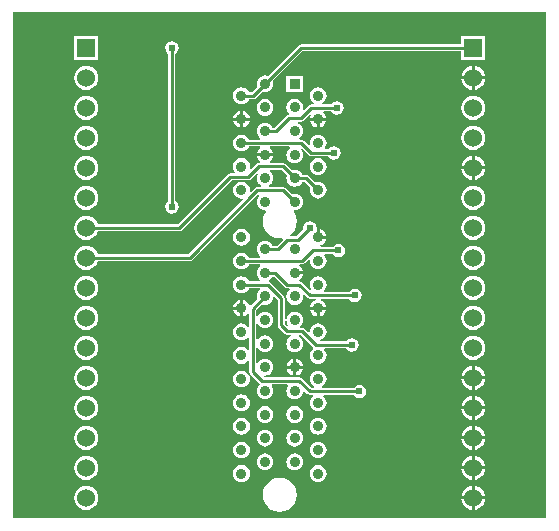
<source format=gbl>
G04 Layer_Physical_Order=2*
G04 Layer_Color=11436288*
%FSLAX25Y25*%
%MOIN*%
G70*
G01*
G75*
%ADD11C,0.01000*%
%ADD12C,0.06000*%
%ADD13R,0.06000X0.06000*%
%ADD14C,0.03543*%
%ADD15R,0.03543X0.03543*%
%ADD16C,0.02400*%
G36*
X305837Y320663D02*
X128163D01*
Y489337D01*
X305837D01*
Y320663D01*
D02*
G37*
%LPC*%
G36*
X152500Y361535D02*
X151456Y361397D01*
X150483Y360994D01*
X149647Y360353D01*
X149006Y359517D01*
X148603Y358544D01*
X148466Y357500D01*
X148603Y356456D01*
X149006Y355483D01*
X149647Y354647D01*
X150483Y354006D01*
X151456Y353603D01*
X152500Y353466D01*
X153544Y353603D01*
X154517Y354006D01*
X155353Y354647D01*
X155994Y355483D01*
X156397Y356456D01*
X156535Y357500D01*
X156397Y358544D01*
X155994Y359517D01*
X155353Y360353D01*
X154517Y360994D01*
X153544Y361397D01*
X152500Y361535D01*
D02*
G37*
G36*
X221921Y358059D02*
X221198Y357964D01*
X220524Y357685D01*
X219945Y357241D01*
X219500Y356662D01*
X219221Y355987D01*
X219126Y355264D01*
X219221Y354540D01*
X219500Y353866D01*
X219945Y353287D01*
X220524Y352843D01*
X221198Y352564D01*
X221921Y352468D01*
X222645Y352564D01*
X223319Y352843D01*
X223898Y353287D01*
X224343Y353866D01*
X224622Y354540D01*
X224717Y355264D01*
X224622Y355987D01*
X224343Y356662D01*
X223898Y357241D01*
X223319Y357685D01*
X222645Y357964D01*
X221921Y358059D01*
D02*
G37*
G36*
X281000Y357000D02*
X277531D01*
X277603Y356456D01*
X278006Y355483D01*
X278647Y354647D01*
X279483Y354006D01*
X280456Y353603D01*
X281000Y353531D01*
Y357000D01*
D02*
G37*
G36*
X204205Y361996D02*
X203481Y361901D01*
X202807Y361622D01*
X202228Y361178D01*
X201784Y360599D01*
X201505Y359924D01*
X201409Y359201D01*
X201505Y358477D01*
X201784Y357803D01*
X202228Y357224D01*
X202807Y356780D01*
X203481Y356501D01*
X204205Y356405D01*
X204928Y356501D01*
X205603Y356780D01*
X206182Y357224D01*
X206626Y357803D01*
X206905Y358477D01*
X207001Y359201D01*
X206905Y359924D01*
X206626Y360599D01*
X206182Y361178D01*
X205603Y361622D01*
X204928Y361901D01*
X204205Y361996D01*
D02*
G37*
G36*
X285469Y357000D02*
X282000D01*
Y353531D01*
X282544Y353603D01*
X283517Y354006D01*
X284353Y354647D01*
X284994Y355483D01*
X285397Y356456D01*
X285469Y357000D01*
D02*
G37*
G36*
X282000Y351469D02*
Y348000D01*
X285469D01*
X285397Y348544D01*
X284994Y349517D01*
X284353Y350353D01*
X283517Y350994D01*
X282544Y351397D01*
X282000Y351469D01*
D02*
G37*
G36*
X281000D02*
X280456Y351397D01*
X279483Y350994D01*
X278647Y350353D01*
X278006Y349517D01*
X277603Y348544D01*
X277531Y348000D01*
X281000D01*
Y351469D01*
D02*
G37*
G36*
X204205Y354122D02*
X203481Y354027D01*
X202807Y353748D01*
X202228Y353304D01*
X201784Y352725D01*
X201505Y352050D01*
X201409Y351327D01*
X201505Y350603D01*
X201784Y349929D01*
X202228Y349350D01*
X202807Y348906D01*
X203481Y348626D01*
X204205Y348531D01*
X204928Y348626D01*
X205603Y348906D01*
X206182Y349350D01*
X206626Y349929D01*
X206905Y350603D01*
X207001Y351327D01*
X206905Y352050D01*
X206626Y352725D01*
X206182Y353304D01*
X205603Y353748D01*
X204928Y354027D01*
X204205Y354122D01*
D02*
G37*
G36*
X212079Y358059D02*
X211355Y357964D01*
X210681Y357685D01*
X210102Y357241D01*
X209658Y356662D01*
X209379Y355987D01*
X209283Y355264D01*
X209379Y354540D01*
X209658Y353866D01*
X210102Y353287D01*
X210681Y352843D01*
X211355Y352564D01*
X212079Y352468D01*
X212803Y352564D01*
X213477Y352843D01*
X214056Y353287D01*
X214500Y353866D01*
X214779Y354540D01*
X214875Y355264D01*
X214779Y355987D01*
X214500Y356662D01*
X214056Y357241D01*
X213477Y357685D01*
X212803Y357964D01*
X212079Y358059D01*
D02*
G37*
G36*
X229796Y354122D02*
X229072Y354027D01*
X228398Y353748D01*
X227819Y353304D01*
X227375Y352725D01*
X227095Y352050D01*
X227000Y351327D01*
X227095Y350603D01*
X227375Y349929D01*
X227819Y349350D01*
X228398Y348906D01*
X229072Y348626D01*
X229796Y348531D01*
X230519Y348626D01*
X231193Y348906D01*
X231772Y349350D01*
X232217Y349929D01*
X232496Y350603D01*
X232591Y351327D01*
X232496Y352050D01*
X232217Y352725D01*
X231772Y353304D01*
X231193Y353748D01*
X230519Y354027D01*
X229796Y354122D01*
D02*
G37*
G36*
X281000Y361469D02*
X280456Y361397D01*
X279483Y360994D01*
X278647Y360353D01*
X278006Y359517D01*
X277603Y358544D01*
X277531Y358000D01*
X281000D01*
Y361469D01*
D02*
G37*
G36*
X282000Y371469D02*
Y368000D01*
X285469D01*
X285397Y368544D01*
X284994Y369517D01*
X284353Y370353D01*
X283517Y370994D01*
X282544Y371397D01*
X282000Y371469D01*
D02*
G37*
G36*
X281000D02*
X280456Y371397D01*
X279483Y370994D01*
X278647Y370353D01*
X278006Y369517D01*
X277603Y368544D01*
X277531Y368000D01*
X281000D01*
Y371469D01*
D02*
G37*
G36*
X221422Y370512D02*
X219192D01*
X219221Y370288D01*
X219500Y369614D01*
X219945Y369035D01*
X220524Y368591D01*
X221198Y368312D01*
X221422Y368282D01*
Y370512D01*
D02*
G37*
G36*
Y373742D02*
X221198Y373712D01*
X220524Y373433D01*
X219945Y372989D01*
X219500Y372410D01*
X219221Y371735D01*
X219192Y371512D01*
X221422D01*
Y373742D01*
D02*
G37*
G36*
X224651Y370512D02*
X222422D01*
Y368282D01*
X222645Y368312D01*
X223319Y368591D01*
X223898Y369035D01*
X224343Y369614D01*
X224622Y370288D01*
X224651Y370512D01*
D02*
G37*
G36*
X152500Y371534D02*
X151456Y371397D01*
X150483Y370994D01*
X149647Y370353D01*
X149006Y369517D01*
X148603Y368544D01*
X148466Y367500D01*
X148603Y366456D01*
X149006Y365483D01*
X149647Y364647D01*
X150483Y364006D01*
X151456Y363603D01*
X152500Y363465D01*
X153544Y363603D01*
X154517Y364006D01*
X155353Y364647D01*
X155994Y365483D01*
X156397Y366456D01*
X156535Y367500D01*
X156397Y368544D01*
X155994Y369517D01*
X155353Y370353D01*
X154517Y370994D01*
X153544Y371397D01*
X152500Y371534D01*
D02*
G37*
G36*
X282000Y361469D02*
Y358000D01*
X285469D01*
X285397Y358544D01*
X284994Y359517D01*
X284353Y360353D01*
X283517Y360994D01*
X282544Y361397D01*
X282000Y361469D01*
D02*
G37*
G36*
X281000Y367000D02*
X277531D01*
X277603Y366456D01*
X278006Y365483D01*
X278647Y364647D01*
X279483Y364006D01*
X280456Y363603D01*
X281000Y363531D01*
Y367000D01*
D02*
G37*
G36*
X204205Y369870D02*
X203481Y369775D01*
X202807Y369496D01*
X202228Y369052D01*
X201784Y368473D01*
X201505Y367798D01*
X201409Y367075D01*
X201505Y366351D01*
X201784Y365677D01*
X202228Y365098D01*
X202807Y364654D01*
X203481Y364374D01*
X204205Y364279D01*
X204928Y364374D01*
X205603Y364654D01*
X206182Y365098D01*
X206626Y365677D01*
X206905Y366351D01*
X207001Y367075D01*
X206905Y367798D01*
X206626Y368473D01*
X206182Y369052D01*
X205603Y369496D01*
X204928Y369775D01*
X204205Y369870D01*
D02*
G37*
G36*
X285469Y367000D02*
X282000D01*
Y363531D01*
X282544Y363603D01*
X283517Y364006D01*
X284353Y364647D01*
X284994Y365483D01*
X285397Y366456D01*
X285469Y367000D01*
D02*
G37*
G36*
X221921Y350185D02*
X221198Y350090D01*
X220524Y349811D01*
X219945Y349367D01*
X219500Y348788D01*
X219221Y348113D01*
X219126Y347390D01*
X219221Y346666D01*
X219500Y345992D01*
X219945Y345413D01*
X220524Y344969D01*
X221198Y344689D01*
X221921Y344594D01*
X222645Y344689D01*
X223319Y344969D01*
X223898Y345413D01*
X224343Y345992D01*
X224622Y346666D01*
X224717Y347390D01*
X224622Y348113D01*
X224343Y348788D01*
X223898Y349367D01*
X223319Y349811D01*
X222645Y350090D01*
X221921Y350185D01*
D02*
G37*
G36*
X204205Y338374D02*
X203481Y338279D01*
X202807Y338000D01*
X202228Y337556D01*
X201784Y336977D01*
X201505Y336302D01*
X201409Y335579D01*
X201505Y334855D01*
X201784Y334181D01*
X202228Y333602D01*
X202807Y333158D01*
X203481Y332878D01*
X204205Y332783D01*
X204928Y332878D01*
X205603Y333158D01*
X206182Y333602D01*
X206626Y334181D01*
X206905Y334855D01*
X207001Y335579D01*
X206905Y336302D01*
X206626Y336977D01*
X206182Y337556D01*
X205603Y338000D01*
X204928Y338279D01*
X204205Y338374D01*
D02*
G37*
G36*
X282000Y331469D02*
Y328000D01*
X285469D01*
X285397Y328544D01*
X284994Y329517D01*
X284353Y330353D01*
X283517Y330994D01*
X282544Y331397D01*
X282000Y331469D01*
D02*
G37*
G36*
X229796Y338374D02*
X229072Y338279D01*
X228398Y338000D01*
X227819Y337556D01*
X227375Y336977D01*
X227095Y336302D01*
X227000Y335579D01*
X227095Y334855D01*
X227375Y334181D01*
X227819Y333602D01*
X228398Y333158D01*
X229072Y332878D01*
X229796Y332783D01*
X230519Y332878D01*
X231193Y333158D01*
X231772Y333602D01*
X232217Y334181D01*
X232496Y334855D01*
X232591Y335579D01*
X232496Y336302D01*
X232217Y336977D01*
X231772Y337556D01*
X231193Y338000D01*
X230519Y338279D01*
X229796Y338374D01*
D02*
G37*
G36*
X281000Y337000D02*
X277531D01*
X277603Y336456D01*
X278006Y335483D01*
X278647Y334647D01*
X279483Y334006D01*
X280456Y333603D01*
X281000Y333531D01*
Y337000D01*
D02*
G37*
G36*
X152500Y341534D02*
X151456Y341397D01*
X150483Y340994D01*
X149647Y340353D01*
X149006Y339517D01*
X148603Y338544D01*
X148466Y337500D01*
X148603Y336456D01*
X149006Y335483D01*
X149647Y334647D01*
X150483Y334006D01*
X151456Y333603D01*
X152500Y333466D01*
X153544Y333603D01*
X154517Y334006D01*
X155353Y334647D01*
X155994Y335483D01*
X156397Y336456D01*
X156535Y337500D01*
X156397Y338544D01*
X155994Y339517D01*
X155353Y340353D01*
X154517Y340994D01*
X153544Y341397D01*
X152500Y341534D01*
D02*
G37*
G36*
Y331535D02*
X151456Y331397D01*
X150483Y330994D01*
X149647Y330353D01*
X149006Y329517D01*
X148603Y328544D01*
X148466Y327500D01*
X148603Y326456D01*
X149006Y325483D01*
X149647Y324647D01*
X150483Y324006D01*
X151456Y323603D01*
X152500Y323465D01*
X153544Y323603D01*
X154517Y324006D01*
X155353Y324647D01*
X155994Y325483D01*
X156397Y326456D01*
X156535Y327500D01*
X156397Y328544D01*
X155994Y329517D01*
X155353Y330353D01*
X154517Y330994D01*
X153544Y331397D01*
X152500Y331535D01*
D02*
G37*
G36*
X217000Y334167D02*
X215532Y333973D01*
X214163Y333406D01*
X212988Y332505D01*
X212086Y331329D01*
X211519Y329961D01*
X211326Y328492D01*
X211519Y327024D01*
X212086Y325655D01*
X212988Y324480D01*
X214163Y323578D01*
X215532Y323011D01*
X217000Y322818D01*
X218469Y323011D01*
X219838Y323578D01*
X221013Y324480D01*
X221915Y325655D01*
X222481Y327024D01*
X222675Y328492D01*
X222481Y329961D01*
X221915Y331329D01*
X221013Y332505D01*
X219838Y333406D01*
X218469Y333973D01*
X217000Y334167D01*
D02*
G37*
G36*
X281000Y327000D02*
X277531D01*
X277603Y326456D01*
X278006Y325483D01*
X278647Y324647D01*
X279483Y324006D01*
X280456Y323603D01*
X281000Y323531D01*
Y327000D01*
D02*
G37*
G36*
Y331469D02*
X280456Y331397D01*
X279483Y330994D01*
X278647Y330353D01*
X278006Y329517D01*
X277603Y328544D01*
X277531Y328000D01*
X281000D01*
Y331469D01*
D02*
G37*
G36*
X285469Y327000D02*
X282000D01*
Y323531D01*
X282544Y323603D01*
X283517Y324006D01*
X284353Y324647D01*
X284994Y325483D01*
X285397Y326456D01*
X285469Y327000D01*
D02*
G37*
G36*
Y337000D02*
X282000D01*
Y333531D01*
X282544Y333603D01*
X283517Y334006D01*
X284353Y334647D01*
X284994Y335483D01*
X285397Y336456D01*
X285469Y337000D01*
D02*
G37*
G36*
X152500Y351535D02*
X151456Y351397D01*
X150483Y350994D01*
X149647Y350353D01*
X149006Y349517D01*
X148603Y348544D01*
X148466Y347500D01*
X148603Y346456D01*
X149006Y345483D01*
X149647Y344647D01*
X150483Y344006D01*
X151456Y343603D01*
X152500Y343465D01*
X153544Y343603D01*
X154517Y344006D01*
X155353Y344647D01*
X155994Y345483D01*
X156397Y346456D01*
X156535Y347500D01*
X156397Y348544D01*
X155994Y349517D01*
X155353Y350353D01*
X154517Y350994D01*
X153544Y351397D01*
X152500Y351535D01*
D02*
G37*
G36*
X229796Y346248D02*
X229072Y346153D01*
X228398Y345874D01*
X227819Y345429D01*
X227375Y344851D01*
X227095Y344176D01*
X227000Y343453D01*
X227095Y342729D01*
X227375Y342055D01*
X227819Y341476D01*
X228398Y341032D01*
X229072Y340753D01*
X229796Y340657D01*
X230519Y340753D01*
X231193Y341032D01*
X231772Y341476D01*
X232217Y342055D01*
X232496Y342729D01*
X232591Y343453D01*
X232496Y344176D01*
X232217Y344851D01*
X231772Y345429D01*
X231193Y345874D01*
X230519Y346153D01*
X229796Y346248D01*
D02*
G37*
G36*
X281000Y347000D02*
X277531D01*
X277603Y346456D01*
X278006Y345483D01*
X278647Y344647D01*
X279483Y344006D01*
X280456Y343603D01*
X281000Y343531D01*
Y347000D01*
D02*
G37*
G36*
X212079Y350185D02*
X211355Y350090D01*
X210681Y349811D01*
X210102Y349366D01*
X209658Y348788D01*
X209379Y348113D01*
X209283Y347390D01*
X209379Y346666D01*
X209658Y345992D01*
X210102Y345413D01*
X210681Y344969D01*
X211355Y344689D01*
X212079Y344594D01*
X212803Y344689D01*
X213477Y344969D01*
X214056Y345413D01*
X214500Y345992D01*
X214779Y346666D01*
X214875Y347390D01*
X214779Y348113D01*
X214500Y348788D01*
X214056Y349366D01*
X213477Y349811D01*
X212803Y350090D01*
X212079Y350185D01*
D02*
G37*
G36*
X285469Y347000D02*
X282000D01*
Y343531D01*
X282544Y343603D01*
X283517Y344006D01*
X284353Y344647D01*
X284994Y345483D01*
X285397Y346456D01*
X285469Y347000D01*
D02*
G37*
G36*
X221921Y342311D02*
X221198Y342216D01*
X220524Y341937D01*
X219945Y341493D01*
X219500Y340914D01*
X219221Y340239D01*
X219126Y339516D01*
X219221Y338792D01*
X219500Y338118D01*
X219945Y337539D01*
X220524Y337095D01*
X221198Y336816D01*
X221921Y336720D01*
X222645Y336816D01*
X223319Y337095D01*
X223898Y337539D01*
X224343Y338118D01*
X224622Y338792D01*
X224717Y339516D01*
X224622Y340239D01*
X224343Y340914D01*
X223898Y341493D01*
X223319Y341937D01*
X222645Y342216D01*
X221921Y342311D01*
D02*
G37*
G36*
X212079Y342311D02*
X211355Y342216D01*
X210681Y341937D01*
X210102Y341493D01*
X209658Y340914D01*
X209379Y340239D01*
X209283Y339516D01*
X209379Y338792D01*
X209658Y338118D01*
X210102Y337539D01*
X210681Y337095D01*
X211355Y336815D01*
X212079Y336720D01*
X212803Y336815D01*
X213477Y337095D01*
X214056Y337539D01*
X214500Y338118D01*
X214779Y338792D01*
X214875Y339516D01*
X214779Y340239D01*
X214500Y340914D01*
X214056Y341493D01*
X213477Y341937D01*
X212803Y342216D01*
X212079Y342311D01*
D02*
G37*
G36*
X281000Y341469D02*
X280456Y341397D01*
X279483Y340994D01*
X278647Y340353D01*
X278006Y339517D01*
X277603Y338544D01*
X277531Y338000D01*
X281000D01*
Y341469D01*
D02*
G37*
G36*
X204205Y346248D02*
X203481Y346153D01*
X202807Y345874D01*
X202228Y345429D01*
X201784Y344851D01*
X201505Y344176D01*
X201409Y343453D01*
X201505Y342729D01*
X201784Y342055D01*
X202228Y341476D01*
X202807Y341032D01*
X203481Y340753D01*
X204205Y340657D01*
X204928Y340753D01*
X205603Y341032D01*
X206182Y341476D01*
X206626Y342055D01*
X206905Y342729D01*
X207001Y343453D01*
X206905Y344176D01*
X206626Y344851D01*
X206182Y345429D01*
X205603Y345874D01*
X204928Y346153D01*
X204205Y346248D01*
D02*
G37*
G36*
X282000Y341469D02*
Y338000D01*
X285469D01*
X285397Y338544D01*
X284994Y339517D01*
X284353Y340353D01*
X283517Y340994D01*
X282544Y341397D01*
X282000Y341469D01*
D02*
G37*
G36*
X222422Y373742D02*
Y371512D01*
X224651D01*
X224622Y371735D01*
X224343Y372410D01*
X223898Y372989D01*
X223319Y373433D01*
X222645Y373712D01*
X222422Y373742D01*
D02*
G37*
G36*
X232525Y453189D02*
X230296D01*
Y450959D01*
X230519Y450989D01*
X231193Y451268D01*
X231772Y451712D01*
X232217Y452291D01*
X232496Y452965D01*
X232525Y453189D01*
D02*
G37*
G36*
X229296D02*
X227066D01*
X227095Y452965D01*
X227375Y452291D01*
X227819Y451712D01*
X228398Y451268D01*
X229072Y450989D01*
X229296Y450959D01*
Y453189D01*
D02*
G37*
G36*
X152500Y461535D02*
X151456Y461397D01*
X150483Y460994D01*
X149647Y460353D01*
X149006Y459517D01*
X148603Y458544D01*
X148466Y457500D01*
X148603Y456456D01*
X149006Y455483D01*
X149647Y454647D01*
X150483Y454006D01*
X151456Y453603D01*
X152500Y453466D01*
X153544Y453603D01*
X154517Y454006D01*
X155353Y454647D01*
X155994Y455483D01*
X156397Y456456D01*
X156535Y457500D01*
X156397Y458544D01*
X155994Y459517D01*
X155353Y460353D01*
X154517Y460994D01*
X153544Y461397D01*
X152500Y461535D01*
D02*
G37*
G36*
X203705Y456419D02*
X203481Y456389D01*
X202807Y456110D01*
X202228Y455666D01*
X201784Y455087D01*
X201505Y454413D01*
X201475Y454189D01*
X203705D01*
Y456419D01*
D02*
G37*
G36*
X281500Y461535D02*
X280456Y461397D01*
X279483Y460994D01*
X278647Y460353D01*
X278006Y459517D01*
X277603Y458544D01*
X277466Y457500D01*
X277603Y456456D01*
X278006Y455483D01*
X278647Y454647D01*
X279483Y454006D01*
X280456Y453603D01*
X281500Y453466D01*
X282544Y453603D01*
X283517Y454006D01*
X284353Y454647D01*
X284994Y455483D01*
X285397Y456456D01*
X285535Y457500D01*
X285397Y458544D01*
X284994Y459517D01*
X284353Y460353D01*
X283517Y460994D01*
X282544Y461397D01*
X281500Y461535D01*
D02*
G37*
G36*
X206935Y453189D02*
X204705D01*
Y450959D01*
X204928Y450989D01*
X205603Y451268D01*
X206182Y451712D01*
X206626Y452291D01*
X206905Y452965D01*
X206935Y453189D01*
D02*
G37*
G36*
X214809Y441378D02*
X209349D01*
X209379Y441154D01*
X209658Y440480D01*
X210102Y439901D01*
X210467Y439622D01*
X210297Y439122D01*
X210000D01*
X210000Y439122D01*
X209571Y439036D01*
X209207Y438793D01*
X209207Y438793D01*
X207316Y436902D01*
X206892Y437185D01*
X206905Y437217D01*
X207001Y437941D01*
X206905Y438664D01*
X206626Y439339D01*
X206182Y439918D01*
X205603Y440362D01*
X204928Y440641D01*
X204205Y440736D01*
X203481Y440641D01*
X202807Y440362D01*
X202228Y439918D01*
X201784Y439339D01*
X201505Y438664D01*
X201409Y437941D01*
X201505Y437217D01*
X201784Y436543D01*
X202108Y436122D01*
X201898Y435622D01*
X200500D01*
X200500Y435622D01*
X200071Y435536D01*
X199707Y435293D01*
X183035Y418622D01*
X156365D01*
X155994Y419517D01*
X155353Y420353D01*
X154517Y420994D01*
X153544Y421397D01*
X152500Y421534D01*
X151456Y421397D01*
X150483Y420994D01*
X149647Y420353D01*
X149006Y419517D01*
X148603Y418544D01*
X148466Y417500D01*
X148603Y416456D01*
X149006Y415483D01*
X149647Y414647D01*
X150483Y414006D01*
X151456Y413603D01*
X152500Y413465D01*
X153544Y413603D01*
X154517Y414006D01*
X155353Y414647D01*
X155994Y415483D01*
X156365Y416378D01*
X183500D01*
X183500Y416378D01*
X183929Y416464D01*
X184293Y416707D01*
X200965Y433378D01*
X206500D01*
X206500Y433378D01*
X206929Y433464D01*
X207293Y433707D01*
X209250Y435664D01*
X209658Y435402D01*
X209379Y434727D01*
X209283Y434004D01*
X209379Y433280D01*
X209658Y432606D01*
X210102Y432027D01*
X210631Y431622D01*
X210627Y431452D01*
X210489Y431122D01*
X209500D01*
X209500Y431122D01*
X209071Y431036D01*
X208707Y430793D01*
X208707Y430793D01*
X207433Y429519D01*
X206959Y429752D01*
X207001Y430067D01*
X206905Y430791D01*
X206626Y431465D01*
X206182Y432044D01*
X205603Y432488D01*
X204928Y432767D01*
X204205Y432863D01*
X203481Y432767D01*
X202807Y432488D01*
X202228Y432044D01*
X201784Y431465D01*
X201505Y430791D01*
X201409Y430067D01*
X201505Y429343D01*
X201784Y428669D01*
X202228Y428090D01*
X202807Y427646D01*
X203481Y427367D01*
X204205Y427271D01*
X204520Y427313D01*
X204753Y426839D01*
X186535Y408622D01*
X156365D01*
X155994Y409517D01*
X155353Y410353D01*
X154517Y410994D01*
X153544Y411397D01*
X152500Y411535D01*
X151456Y411397D01*
X150483Y410994D01*
X149647Y410353D01*
X149006Y409517D01*
X148603Y408544D01*
X148466Y407500D01*
X148603Y406456D01*
X149006Y405483D01*
X149647Y404647D01*
X150483Y404006D01*
X151456Y403603D01*
X152500Y403466D01*
X153544Y403603D01*
X154517Y404006D01*
X155353Y404647D01*
X155994Y405483D01*
X156365Y406379D01*
X187000D01*
X187000Y406378D01*
X187429Y406464D01*
X187793Y406707D01*
X209814Y428728D01*
X210044Y428692D01*
X210179Y428165D01*
X210102Y428107D01*
X209658Y427528D01*
X209379Y426854D01*
X209283Y426130D01*
X209379Y425406D01*
X209658Y424732D01*
X210102Y424153D01*
X210681Y423709D01*
X211355Y423430D01*
X212079Y423334D01*
X212123Y423340D01*
X212393Y422871D01*
X212086Y422471D01*
X211519Y421103D01*
X211326Y419634D01*
X211519Y418165D01*
X212086Y416797D01*
X212988Y415621D01*
X214163Y414720D01*
X215532Y414153D01*
X217000Y413959D01*
X217767Y414060D01*
X218001Y413587D01*
X215917Y411503D01*
X214615D01*
X214500Y411780D01*
X214056Y412359D01*
X213477Y412803D01*
X212803Y413082D01*
X212079Y413177D01*
X211355Y413082D01*
X210681Y412803D01*
X210102Y412359D01*
X209658Y411780D01*
X209379Y411105D01*
X209283Y410382D01*
X209379Y409658D01*
X209658Y408984D01*
X210102Y408405D01*
X210544Y408066D01*
X210374Y407566D01*
X206740D01*
X206626Y407843D01*
X206182Y408422D01*
X205603Y408866D01*
X204928Y409145D01*
X204205Y409240D01*
X203481Y409145D01*
X202807Y408866D01*
X202228Y408422D01*
X201784Y407843D01*
X201505Y407168D01*
X201409Y406445D01*
X201505Y405721D01*
X201784Y405047D01*
X202228Y404468D01*
X202807Y404024D01*
X203481Y403745D01*
X204205Y403649D01*
X204928Y403745D01*
X205603Y404024D01*
X206182Y404468D01*
X206626Y405047D01*
X206740Y405323D01*
X210374D01*
X210544Y404823D01*
X210102Y404485D01*
X209658Y403906D01*
X209379Y403231D01*
X209283Y402508D01*
X209379Y401784D01*
X209658Y401110D01*
X210102Y400531D01*
X210544Y400192D01*
X210374Y399692D01*
X206740D01*
X206626Y399969D01*
X206182Y400548D01*
X205603Y400992D01*
X204928Y401271D01*
X204205Y401366D01*
X203481Y401271D01*
X202807Y400992D01*
X202228Y400548D01*
X201784Y399969D01*
X201505Y399294D01*
X201409Y398571D01*
X201505Y397847D01*
X201784Y397173D01*
X202228Y396594D01*
X202807Y396150D01*
X203481Y395871D01*
X204205Y395775D01*
X204928Y395871D01*
X205603Y396150D01*
X206182Y396594D01*
X206626Y397173D01*
X206740Y397449D01*
X210374D01*
X210544Y396949D01*
X210102Y396611D01*
X209658Y396032D01*
X209379Y395357D01*
X209283Y394634D01*
X209379Y393910D01*
X209493Y393634D01*
X207380Y391521D01*
X207343Y391513D01*
X206843Y391619D01*
X206814Y391641D01*
X206626Y392095D01*
X206182Y392674D01*
X205603Y393118D01*
X204928Y393397D01*
X204705Y393427D01*
Y390697D01*
Y387967D01*
X204928Y387997D01*
X205603Y388276D01*
X206182Y388720D01*
X206379Y388976D01*
X206878Y388807D01*
Y384713D01*
X206379Y384543D01*
X206182Y384800D01*
X205603Y385244D01*
X204928Y385523D01*
X204205Y385618D01*
X203481Y385523D01*
X202807Y385244D01*
X202228Y384800D01*
X201784Y384221D01*
X201505Y383546D01*
X201409Y382823D01*
X201505Y382099D01*
X201784Y381425D01*
X202228Y380846D01*
X202807Y380402D01*
X203481Y380122D01*
X204205Y380027D01*
X204928Y380122D01*
X205603Y380402D01*
X206182Y380846D01*
X206379Y381102D01*
X206878Y380933D01*
Y376839D01*
X206379Y376669D01*
X206182Y376926D01*
X205603Y377370D01*
X204928Y377649D01*
X204205Y377744D01*
X203481Y377649D01*
X202807Y377370D01*
X202228Y376926D01*
X201784Y376347D01*
X201505Y375672D01*
X201409Y374949D01*
X201505Y374225D01*
X201784Y373551D01*
X202228Y372972D01*
X202807Y372528D01*
X203481Y372249D01*
X204205Y372153D01*
X204928Y372249D01*
X205603Y372528D01*
X206182Y372972D01*
X206379Y373228D01*
X206878Y373059D01*
Y369500D01*
X206878Y369500D01*
X206964Y369071D01*
X207207Y368707D01*
X210140Y365774D01*
X210219Y365342D01*
X210223Y365207D01*
X210102Y365115D01*
X209658Y364536D01*
X209379Y363861D01*
X209283Y363138D01*
X209379Y362414D01*
X209658Y361740D01*
X210102Y361161D01*
X210681Y360717D01*
X211355Y360437D01*
X212079Y360342D01*
X212803Y360437D01*
X213477Y360717D01*
X214056Y361161D01*
X214500Y361740D01*
X214779Y362414D01*
X214875Y363138D01*
X214779Y363861D01*
X214500Y364536D01*
X214237Y364879D01*
X214484Y365378D01*
X219517D01*
X219764Y364879D01*
X219500Y364536D01*
X219221Y363861D01*
X219126Y363138D01*
X219221Y362414D01*
X219500Y361740D01*
X219945Y361161D01*
X220524Y360717D01*
X221198Y360437D01*
X221921Y360342D01*
X222645Y360437D01*
X223319Y360717D01*
X223898Y361161D01*
X224343Y361740D01*
X224622Y362414D01*
X224700Y363007D01*
X225166Y363248D01*
X226207Y362207D01*
X226207Y362207D01*
X226571Y361964D01*
X227000Y361878D01*
X227000Y361878D01*
X227911D01*
X228081Y361379D01*
X227819Y361178D01*
X227375Y360599D01*
X227095Y359924D01*
X227000Y359201D01*
X227095Y358477D01*
X227375Y357803D01*
X227819Y357224D01*
X228398Y356780D01*
X229072Y356501D01*
X229796Y356405D01*
X230519Y356501D01*
X231193Y356780D01*
X231772Y357224D01*
X232217Y357803D01*
X232496Y358477D01*
X232591Y359201D01*
X232496Y359924D01*
X232217Y360599D01*
X231772Y361178D01*
X231510Y361379D01*
X231680Y361878D01*
X241603D01*
X241914Y361414D01*
X242642Y360928D01*
X243500Y360757D01*
X244358Y360928D01*
X245086Y361414D01*
X245572Y362142D01*
X245743Y363000D01*
X245572Y363858D01*
X245086Y364586D01*
X244358Y365072D01*
X243500Y365243D01*
X242642Y365072D01*
X241914Y364586D01*
X241603Y364122D01*
X231215D01*
X231116Y364621D01*
X231193Y364654D01*
X231772Y365098D01*
X232217Y365677D01*
X232496Y366351D01*
X232591Y367075D01*
X232496Y367798D01*
X232217Y368473D01*
X231772Y369052D01*
X231193Y369496D01*
X230519Y369775D01*
X229796Y369870D01*
X229072Y369775D01*
X228398Y369496D01*
X227819Y369052D01*
X227375Y368473D01*
X227095Y367798D01*
X227000Y367075D01*
X227095Y366351D01*
X227375Y365677D01*
X227819Y365098D01*
X228398Y364654D01*
X228476Y364621D01*
X228376Y364122D01*
X227465D01*
X224293Y367293D01*
X223929Y367536D01*
X223500Y367622D01*
X223500Y367621D01*
X211693D01*
X211590Y367776D01*
X211881Y368242D01*
X212079Y368216D01*
X212803Y368312D01*
X213477Y368591D01*
X214056Y369035D01*
X214500Y369614D01*
X214779Y370288D01*
X214875Y371012D01*
X214779Y371735D01*
X214500Y372410D01*
X214056Y372989D01*
X213477Y373433D01*
X212803Y373712D01*
X212079Y373807D01*
X211355Y373712D01*
X210681Y373433D01*
X210102Y372989D01*
X209658Y372410D01*
X209622Y372322D01*
X209121Y372421D01*
Y377477D01*
X209622Y377576D01*
X209658Y377488D01*
X210102Y376909D01*
X210681Y376465D01*
X211355Y376185D01*
X212079Y376090D01*
X212803Y376185D01*
X213477Y376465D01*
X214056Y376909D01*
X214500Y377488D01*
X214779Y378162D01*
X214875Y378886D01*
X214779Y379609D01*
X214500Y380284D01*
X214056Y380863D01*
X213477Y381307D01*
X212803Y381586D01*
X212079Y381681D01*
X211355Y381586D01*
X210681Y381307D01*
X210102Y380863D01*
X209658Y380284D01*
X209622Y380196D01*
X209121Y380295D01*
Y385351D01*
X209622Y385450D01*
X209658Y385362D01*
X210102Y384783D01*
X210681Y384339D01*
X211355Y384060D01*
X212079Y383964D01*
X212803Y384060D01*
X213477Y384339D01*
X214056Y384783D01*
X214500Y385362D01*
X214779Y386036D01*
X214875Y386760D01*
X214779Y387483D01*
X214500Y388158D01*
X214056Y388737D01*
X213477Y389181D01*
X212803Y389460D01*
X212079Y389555D01*
X211355Y389460D01*
X210681Y389181D01*
X210102Y388737D01*
X209658Y388158D01*
X209622Y388070D01*
X209121Y388169D01*
Y390090D01*
X211079Y392048D01*
X211355Y391934D01*
X212079Y391838D01*
X212803Y391934D01*
X213477Y392213D01*
X214056Y392657D01*
X214500Y393236D01*
X214779Y393910D01*
X214840Y394367D01*
X215367Y394547D01*
X216378Y393535D01*
Y385000D01*
X216378Y385000D01*
X216464Y384571D01*
X216707Y384207D01*
X218707Y382207D01*
X218707Y382207D01*
X219071Y381964D01*
X219500Y381878D01*
X219500Y381878D01*
X220597D01*
X220697Y381379D01*
X220524Y381307D01*
X219945Y380863D01*
X219500Y380284D01*
X219221Y379609D01*
X219126Y378886D01*
X219221Y378162D01*
X219500Y377488D01*
X219945Y376909D01*
X220524Y376465D01*
X221198Y376185D01*
X221921Y376090D01*
X222645Y376185D01*
X223319Y376465D01*
X223898Y376909D01*
X224343Y377488D01*
X224622Y378162D01*
X224717Y378886D01*
X224622Y379609D01*
X224343Y380284D01*
X223898Y380863D01*
X223319Y381307D01*
X223147Y381379D01*
X223246Y381878D01*
X224035D01*
X228136Y377778D01*
X228169Y377453D01*
X228125Y377160D01*
X227819Y376926D01*
X227375Y376347D01*
X227095Y375672D01*
X227000Y374949D01*
X227095Y374225D01*
X227375Y373551D01*
X227819Y372972D01*
X228398Y372528D01*
X229072Y372249D01*
X229796Y372153D01*
X230519Y372249D01*
X231193Y372528D01*
X231772Y372972D01*
X232217Y373551D01*
X232496Y374225D01*
X232591Y374949D01*
X232496Y375672D01*
X232217Y376347D01*
X231808Y376878D01*
X231850Y377077D01*
X232003Y377379D01*
X239104D01*
X239414Y376914D01*
X240142Y376428D01*
X241000Y376257D01*
X241858Y376428D01*
X242586Y376914D01*
X243072Y377642D01*
X243243Y378500D01*
X243072Y379358D01*
X242586Y380086D01*
X241858Y380572D01*
X241000Y380743D01*
X240142Y380572D01*
X239414Y380086D01*
X239104Y379622D01*
X230544D01*
X230512Y380121D01*
X230519Y380122D01*
X231193Y380402D01*
X231772Y380846D01*
X232217Y381425D01*
X232496Y382099D01*
X232591Y382823D01*
X232496Y383546D01*
X232217Y384221D01*
X231772Y384800D01*
X231193Y385244D01*
X230519Y385523D01*
X229796Y385618D01*
X229072Y385523D01*
X228398Y385244D01*
X227819Y384800D01*
X227375Y384221D01*
X227095Y383546D01*
X227000Y382823D01*
X227005Y382789D01*
X226531Y382555D01*
X225293Y383793D01*
X224929Y384036D01*
X224500Y384122D01*
X224500Y384121D01*
X223857D01*
X223688Y384622D01*
X223898Y384783D01*
X224343Y385362D01*
X224622Y386036D01*
X224717Y386760D01*
X224622Y387483D01*
X224343Y388158D01*
X223898Y388737D01*
X223319Y389181D01*
X222645Y389460D01*
X221921Y389555D01*
X221198Y389460D01*
X220524Y389181D01*
X219945Y388737D01*
X219500Y388158D01*
X219221Y387483D01*
X219126Y386760D01*
X219221Y386036D01*
X219500Y385362D01*
X219729Y385064D01*
X219353Y384734D01*
X218621Y385465D01*
Y394000D01*
X218622Y394000D01*
X218536Y394429D01*
X218293Y394793D01*
X218293Y394793D01*
X213722Y399364D01*
X213460Y399539D01*
X213434Y399921D01*
X213474Y400086D01*
X213477Y400087D01*
X214056Y400531D01*
X214500Y401110D01*
X214571Y401281D01*
X215076Y401337D01*
X218707Y397707D01*
X218707Y397707D01*
X219071Y397464D01*
X219500Y397378D01*
X219500Y397378D01*
X220124D01*
X220294Y396879D01*
X219945Y396611D01*
X219500Y396032D01*
X219221Y395357D01*
X219126Y394634D01*
X219221Y393910D01*
X219500Y393236D01*
X219945Y392657D01*
X220524Y392213D01*
X221198Y391934D01*
X221921Y391838D01*
X222645Y391934D01*
X223319Y392213D01*
X223898Y392657D01*
X224343Y393236D01*
X224622Y393910D01*
X224717Y394634D01*
X224663Y395044D01*
X225137Y395277D01*
X226207Y394207D01*
X226207Y394207D01*
X226571Y393964D01*
X227000Y393878D01*
X227000Y393879D01*
X228982D01*
X229072Y393397D01*
X228398Y393118D01*
X227819Y392674D01*
X227375Y392095D01*
X227095Y391420D01*
X227066Y391197D01*
X232525D01*
X232496Y391420D01*
X232217Y392095D01*
X231772Y392674D01*
X231193Y393118D01*
X230519Y393397D01*
X230609Y393879D01*
X240104D01*
X240414Y393414D01*
X241142Y392928D01*
X242000Y392757D01*
X242858Y392928D01*
X243586Y393414D01*
X244072Y394142D01*
X244243Y395000D01*
X244072Y395858D01*
X243586Y396586D01*
X242858Y397072D01*
X242000Y397243D01*
X241142Y397072D01*
X240414Y396586D01*
X240104Y396122D01*
X231978D01*
X231814Y396498D01*
X231793Y396621D01*
X232217Y397173D01*
X232496Y397847D01*
X232591Y398571D01*
X232496Y399294D01*
X232217Y399969D01*
X231772Y400548D01*
X231193Y400992D01*
X230519Y401271D01*
X229796Y401366D01*
X229072Y401271D01*
X228398Y400992D01*
X227819Y400548D01*
X227375Y399969D01*
X227095Y399294D01*
X227000Y398571D01*
X227095Y397847D01*
X227375Y397173D01*
X227535Y396964D01*
X227322Y396421D01*
X227188Y396398D01*
X224293Y399293D01*
X223929Y399536D01*
X223500Y399622D01*
X223365Y400087D01*
X223365Y400121D01*
X223898Y400531D01*
X224343Y401110D01*
X224622Y401784D01*
X224651Y402008D01*
X221921D01*
Y403008D01*
X224651D01*
X224622Y403231D01*
X224343Y403906D01*
X223898Y404485D01*
X223457Y404823D01*
X223627Y405323D01*
X224445D01*
X224445Y405323D01*
X224874Y405409D01*
X225238Y405652D01*
X226566Y406980D01*
X227040Y406746D01*
X227000Y406445D01*
X227095Y405721D01*
X227375Y405047D01*
X227819Y404468D01*
X228398Y404024D01*
X229072Y403745D01*
X229796Y403649D01*
X230519Y403745D01*
X231193Y404024D01*
X231772Y404468D01*
X232217Y405047D01*
X232496Y405721D01*
X232591Y406445D01*
X232496Y407168D01*
X232217Y407843D01*
X231805Y408379D01*
X231842Y408563D01*
X231998Y408879D01*
X234604D01*
X234914Y408414D01*
X235642Y407928D01*
X236500Y407757D01*
X237358Y407928D01*
X238086Y408414D01*
X238572Y409142D01*
X238743Y410000D01*
X238572Y410858D01*
X238086Y411586D01*
X237358Y412072D01*
X236500Y412243D01*
X235642Y412072D01*
X234914Y411586D01*
X234604Y411122D01*
X230574D01*
X230519Y411619D01*
X231193Y411898D01*
X231772Y412342D01*
X232217Y412921D01*
X232496Y413595D01*
X232525Y413819D01*
X229796D01*
Y414319D01*
X229296D01*
Y417384D01*
X229233Y417450D01*
X229243Y417500D01*
X229072Y418358D01*
X228586Y419086D01*
X227858Y419572D01*
X227000Y419743D01*
X226142Y419572D01*
X225414Y419086D01*
X224928Y418358D01*
X224757Y417500D01*
X224866Y416952D01*
X222535Y414622D01*
X220531D01*
X220361Y415122D01*
X221013Y415621D01*
X221915Y416797D01*
X222481Y418165D01*
X222675Y419634D01*
X222481Y421103D01*
X221915Y422471D01*
X221607Y422871D01*
X221878Y423340D01*
X221921Y423334D01*
X222645Y423430D01*
X223319Y423709D01*
X223898Y424153D01*
X224343Y424732D01*
X224622Y425406D01*
X224717Y426130D01*
X224622Y426854D01*
X224343Y427528D01*
X223898Y428107D01*
X223319Y428551D01*
X222645Y428830D01*
X221921Y428926D01*
X221198Y428830D01*
X220922Y428716D01*
X218845Y430793D01*
X218481Y431036D01*
X218052Y431122D01*
X218051Y431122D01*
X213669D01*
X213531Y431452D01*
X213527Y431622D01*
X214056Y432027D01*
X214500Y432606D01*
X214779Y433280D01*
X214875Y434004D01*
X214779Y434727D01*
X214500Y435402D01*
X214056Y435981D01*
X213537Y436378D01*
X213551Y436594D01*
X213677Y436878D01*
X217535D01*
X219357Y435056D01*
X219221Y434727D01*
X219126Y434004D01*
X219221Y433280D01*
X219500Y432606D01*
X219945Y432027D01*
X220524Y431583D01*
X221198Y431304D01*
X221921Y431208D01*
X222645Y431304D01*
X223319Y431583D01*
X223898Y432027D01*
X224343Y432606D01*
X224457Y432882D01*
X225394D01*
X227210Y431067D01*
X227095Y430791D01*
X227000Y430067D01*
X227095Y429343D01*
X227375Y428669D01*
X227819Y428090D01*
X228398Y427646D01*
X229072Y427367D01*
X229796Y427271D01*
X230519Y427367D01*
X231193Y427646D01*
X231772Y428090D01*
X232217Y428669D01*
X232496Y429343D01*
X232591Y430067D01*
X232496Y430791D01*
X232217Y431465D01*
X231772Y432044D01*
X231193Y432488D01*
X230519Y432767D01*
X229796Y432863D01*
X229072Y432767D01*
X228796Y432653D01*
X226652Y434797D01*
X226288Y435040D01*
X225858Y435125D01*
X225858Y435125D01*
X224457D01*
X224343Y435402D01*
X223898Y435981D01*
X223319Y436425D01*
X222645Y436704D01*
X221921Y436799D01*
X221198Y436704D01*
X220974Y436612D01*
X218793Y438793D01*
X218429Y439036D01*
X218000Y439122D01*
X218000Y439122D01*
X213861D01*
X213691Y439622D01*
X214056Y439901D01*
X214500Y440480D01*
X214779Y441154D01*
X214809Y441378D01*
D02*
G37*
G36*
X282000Y441469D02*
Y438000D01*
X285469D01*
X285397Y438544D01*
X284994Y439517D01*
X284353Y440353D01*
X283517Y440994D01*
X282544Y441397D01*
X282000Y441469D01*
D02*
G37*
G36*
X152500Y451535D02*
X151456Y451397D01*
X150483Y450994D01*
X149647Y450353D01*
X149006Y449517D01*
X148603Y448544D01*
X148466Y447500D01*
X148603Y446456D01*
X149006Y445483D01*
X149647Y444647D01*
X150483Y444006D01*
X151456Y443603D01*
X152500Y443466D01*
X153544Y443603D01*
X154517Y444006D01*
X155353Y444647D01*
X155994Y445483D01*
X156397Y446456D01*
X156535Y447500D01*
X156397Y448544D01*
X155994Y449517D01*
X155353Y450353D01*
X154517Y450994D01*
X153544Y451397D01*
X152500Y451535D01*
D02*
G37*
G36*
X203705Y453189D02*
X201475D01*
X201505Y452965D01*
X201784Y452291D01*
X202228Y451712D01*
X202807Y451268D01*
X203481Y450989D01*
X203705Y450959D01*
Y453189D01*
D02*
G37*
G36*
X281500Y451535D02*
X280456Y451397D01*
X279483Y450994D01*
X278647Y450353D01*
X278006Y449517D01*
X277603Y448544D01*
X277466Y447500D01*
X277603Y446456D01*
X278006Y445483D01*
X278647Y444647D01*
X279483Y444006D01*
X280456Y443603D01*
X281500Y443466D01*
X282544Y443603D01*
X283517Y444006D01*
X284353Y444647D01*
X284994Y445483D01*
X285397Y446456D01*
X285535Y447500D01*
X285397Y448544D01*
X284994Y449517D01*
X284353Y450353D01*
X283517Y450994D01*
X282544Y451397D01*
X281500Y451535D01*
D02*
G37*
G36*
X281000Y471469D02*
X280456Y471397D01*
X279483Y470994D01*
X278647Y470353D01*
X278006Y469517D01*
X277603Y468544D01*
X277531Y468000D01*
X281000D01*
Y471469D01*
D02*
G37*
G36*
X285469Y467000D02*
X282000D01*
Y463531D01*
X282544Y463603D01*
X283517Y464006D01*
X284353Y464647D01*
X284994Y465483D01*
X285397Y466456D01*
X285469Y467000D01*
D02*
G37*
G36*
X282000Y471469D02*
Y468000D01*
X285469D01*
X285397Y468544D01*
X284994Y469517D01*
X284353Y470353D01*
X283517Y470994D01*
X282544Y471397D01*
X282000Y471469D01*
D02*
G37*
G36*
X285500Y481500D02*
X277500D01*
Y478622D01*
X224079D01*
X223650Y478536D01*
X223286Y478293D01*
X223286Y478293D01*
X213079Y468086D01*
X212803Y468200D01*
X212079Y468296D01*
X211355Y468200D01*
X210681Y467921D01*
X210102Y467477D01*
X209658Y466898D01*
X209379Y466223D01*
X209283Y465500D01*
X209379Y464777D01*
X209493Y464500D01*
X207677Y462684D01*
X206740D01*
X206626Y462961D01*
X206182Y463540D01*
X205603Y463984D01*
X204928Y464263D01*
X204205Y464359D01*
X203481Y464263D01*
X202807Y463984D01*
X202228Y463540D01*
X201784Y462961D01*
X201505Y462287D01*
X201409Y461563D01*
X201505Y460839D01*
X201784Y460165D01*
X202228Y459586D01*
X202807Y459142D01*
X203481Y458863D01*
X204205Y458767D01*
X204928Y458863D01*
X205603Y459142D01*
X206182Y459586D01*
X206626Y460165D01*
X206740Y460441D01*
X208142D01*
X208142Y460441D01*
X208571Y460527D01*
X208935Y460770D01*
X211079Y462914D01*
X211355Y462800D01*
X212079Y462704D01*
X212803Y462800D01*
X213477Y463079D01*
X214056Y463523D01*
X214500Y464102D01*
X214779Y464777D01*
X214875Y465500D01*
X214779Y466223D01*
X214665Y466500D01*
X224544Y476378D01*
X277500D01*
Y473500D01*
X285500D01*
Y481500D01*
D02*
G37*
G36*
X156500D02*
X148500D01*
Y473500D01*
X156500D01*
Y481500D01*
D02*
G37*
G36*
X281000Y467000D02*
X277531D01*
X277603Y466456D01*
X278006Y465483D01*
X278647Y464647D01*
X279483Y464006D01*
X280456Y463603D01*
X281000Y463531D01*
Y467000D01*
D02*
G37*
G36*
X212079Y460422D02*
X211355Y460326D01*
X210681Y460047D01*
X210102Y459603D01*
X209658Y459024D01*
X209379Y458350D01*
X209283Y457626D01*
X209379Y456902D01*
X209658Y456228D01*
X210102Y455649D01*
X210681Y455205D01*
X211355Y454926D01*
X212079Y454830D01*
X212803Y454926D01*
X213477Y455205D01*
X214056Y455649D01*
X214500Y456228D01*
X214779Y456902D01*
X214875Y457626D01*
X214779Y458350D01*
X214500Y459024D01*
X214056Y459603D01*
X213477Y460047D01*
X212803Y460326D01*
X212079Y460422D01*
D02*
G37*
G36*
X204705Y456419D02*
Y454189D01*
X206935D01*
X206905Y454413D01*
X206626Y455087D01*
X206182Y455666D01*
X205603Y456110D01*
X204928Y456389D01*
X204705Y456419D01*
D02*
G37*
G36*
X229796Y464359D02*
X229072Y464263D01*
X228398Y463984D01*
X227819Y463540D01*
X227375Y462961D01*
X227095Y462287D01*
X227000Y461563D01*
X227095Y460839D01*
X227375Y460165D01*
X227819Y459586D01*
X228398Y459142D01*
X228447Y459122D01*
X228348Y458622D01*
X227500D01*
X227500Y458622D01*
X227071Y458536D01*
X226707Y458293D01*
X226707Y458293D01*
X225055Y456641D01*
X224647Y456887D01*
X224624Y456917D01*
X224717Y457626D01*
X224622Y458350D01*
X224343Y459024D01*
X223898Y459603D01*
X223319Y460047D01*
X222645Y460326D01*
X221921Y460422D01*
X221198Y460326D01*
X220524Y460047D01*
X219945Y459603D01*
X219500Y459024D01*
X219221Y458350D01*
X219126Y457626D01*
X219221Y456902D01*
X219500Y456228D01*
X219945Y455649D01*
X219988Y455616D01*
X219991Y455490D01*
X219850Y455092D01*
X219571Y455036D01*
X219207Y454793D01*
X219207Y454793D01*
X215287Y450874D01*
X214615D01*
X214500Y451150D01*
X214056Y451729D01*
X213477Y452173D01*
X212803Y452452D01*
X212079Y452548D01*
X211355Y452452D01*
X210681Y452173D01*
X210102Y451729D01*
X209658Y451150D01*
X209379Y450476D01*
X209283Y449752D01*
X209379Y449028D01*
X209658Y448354D01*
X210102Y447775D01*
X210544Y447437D01*
X210374Y446937D01*
X206740D01*
X206626Y447213D01*
X206182Y447792D01*
X205603Y448236D01*
X204928Y448515D01*
X204205Y448610D01*
X203481Y448515D01*
X202807Y448236D01*
X202228Y447792D01*
X201784Y447213D01*
X201505Y446538D01*
X201409Y445815D01*
X201505Y445091D01*
X201784Y444417D01*
X202228Y443838D01*
X202807Y443394D01*
X203481Y443115D01*
X204205Y443019D01*
X204928Y443115D01*
X205603Y443394D01*
X206182Y443838D01*
X206626Y444417D01*
X206740Y444693D01*
X210374D01*
X210544Y444193D01*
X210102Y443855D01*
X209658Y443276D01*
X209379Y442601D01*
X209349Y442378D01*
X214809D01*
X214779Y442601D01*
X214500Y443276D01*
X214056Y443855D01*
X213614Y444193D01*
X213784Y444693D01*
X220216D01*
X220386Y444193D01*
X219945Y443855D01*
X219500Y443276D01*
X219221Y442601D01*
X219126Y441878D01*
X219221Y441154D01*
X219500Y440480D01*
X219945Y439901D01*
X220524Y439457D01*
X221198Y439178D01*
X221921Y439082D01*
X222645Y439178D01*
X223319Y439457D01*
X223898Y439901D01*
X224343Y440480D01*
X224622Y441154D01*
X224717Y441878D01*
X224622Y442601D01*
X224343Y443276D01*
X224051Y443656D01*
X224428Y443986D01*
X226707Y441707D01*
X226707Y441707D01*
X227071Y441464D01*
X227500Y441378D01*
X227500Y441378D01*
X233103D01*
X233414Y440914D01*
X234142Y440428D01*
X235000Y440257D01*
X235858Y440428D01*
X236586Y440914D01*
X237072Y441642D01*
X237243Y442500D01*
X237072Y443358D01*
X236586Y444086D01*
X235858Y444572D01*
X235000Y444743D01*
X234142Y444572D01*
X233414Y444086D01*
X233103Y443622D01*
X232236D01*
X231990Y444122D01*
X232217Y444417D01*
X232496Y445091D01*
X232591Y445815D01*
X232496Y446538D01*
X232217Y447213D01*
X231772Y447792D01*
X231193Y448236D01*
X230519Y448515D01*
X229796Y448610D01*
X229072Y448515D01*
X228398Y448236D01*
X227819Y447792D01*
X227375Y447213D01*
X227095Y446538D01*
X227000Y445815D01*
X227079Y445214D01*
X226726Y444981D01*
X226633Y444953D01*
X224978Y446608D01*
X224614Y446851D01*
X224185Y446937D01*
X224185Y446937D01*
X223627D01*
X223457Y447437D01*
X223898Y447775D01*
X224343Y448354D01*
X224622Y449028D01*
X224717Y449752D01*
X224622Y450476D01*
X224343Y451150D01*
X223898Y451729D01*
X223319Y452173D01*
X222823Y452378D01*
X222923Y452878D01*
X224000D01*
X224000Y452878D01*
X224429Y452964D01*
X224793Y453207D01*
X226980Y455394D01*
X227375Y455087D01*
X227095Y454413D01*
X227066Y454189D01*
X232525D01*
X232496Y454413D01*
X232217Y455087D01*
X231772Y455666D01*
X231495Y455878D01*
X231665Y456378D01*
X234103D01*
X234414Y455914D01*
X235142Y455428D01*
X236000Y455257D01*
X236858Y455428D01*
X237586Y455914D01*
X238072Y456642D01*
X238243Y457500D01*
X238072Y458358D01*
X237586Y459086D01*
X236858Y459572D01*
X236000Y459743D01*
X235142Y459572D01*
X234414Y459086D01*
X234103Y458622D01*
X231243D01*
X231144Y459122D01*
X231193Y459142D01*
X231772Y459586D01*
X232217Y460165D01*
X232496Y460839D01*
X232591Y461563D01*
X232496Y462287D01*
X232217Y462961D01*
X231772Y463540D01*
X231193Y463984D01*
X230519Y464263D01*
X229796Y464359D01*
D02*
G37*
G36*
X152500Y471534D02*
X151456Y471397D01*
X150483Y470994D01*
X149647Y470353D01*
X149006Y469517D01*
X148603Y468544D01*
X148466Y467500D01*
X148603Y466456D01*
X149006Y465483D01*
X149647Y464647D01*
X150483Y464006D01*
X151456Y463603D01*
X152500Y463465D01*
X153544Y463603D01*
X154517Y464006D01*
X155353Y464647D01*
X155994Y465483D01*
X156397Y466456D01*
X156535Y467500D01*
X156397Y468544D01*
X155994Y469517D01*
X155353Y470353D01*
X154517Y470994D01*
X153544Y471397D01*
X152500Y471534D01*
D02*
G37*
G36*
X224693Y468272D02*
X219150D01*
Y462728D01*
X224693D01*
Y468272D01*
D02*
G37*
G36*
X203705Y393427D02*
X203481Y393397D01*
X202807Y393118D01*
X202228Y392674D01*
X201784Y392095D01*
X201505Y391420D01*
X201475Y391197D01*
X203705D01*
Y393427D01*
D02*
G37*
G36*
X232525Y390197D02*
X230296D01*
Y387967D01*
X230519Y387997D01*
X231193Y388276D01*
X231772Y388720D01*
X232217Y389299D01*
X232496Y389973D01*
X232525Y390197D01*
D02*
G37*
G36*
X152500Y401535D02*
X151456Y401397D01*
X150483Y400994D01*
X149647Y400353D01*
X149006Y399517D01*
X148603Y398544D01*
X148466Y397500D01*
X148603Y396456D01*
X149006Y395483D01*
X149647Y394647D01*
X150483Y394006D01*
X151456Y393603D01*
X152500Y393465D01*
X153544Y393603D01*
X154517Y394006D01*
X155353Y394647D01*
X155994Y395483D01*
X156397Y396456D01*
X156535Y397500D01*
X156397Y398544D01*
X155994Y399517D01*
X155353Y400353D01*
X154517Y400994D01*
X153544Y401397D01*
X152500Y401535D01*
D02*
G37*
G36*
X281500Y411535D02*
X280456Y411397D01*
X279483Y410994D01*
X278647Y410353D01*
X278006Y409517D01*
X277603Y408544D01*
X277466Y407500D01*
X277603Y406456D01*
X278006Y405483D01*
X278647Y404647D01*
X279483Y404006D01*
X280456Y403603D01*
X281500Y403466D01*
X282544Y403603D01*
X283517Y404006D01*
X284353Y404647D01*
X284994Y405483D01*
X285397Y406456D01*
X285535Y407500D01*
X285397Y408544D01*
X284994Y409517D01*
X284353Y410353D01*
X283517Y410994D01*
X282544Y411397D01*
X281500Y411535D01*
D02*
G37*
G36*
Y401535D02*
X280456Y401397D01*
X279483Y400994D01*
X278647Y400353D01*
X278006Y399517D01*
X277603Y398544D01*
X277466Y397500D01*
X277603Y396456D01*
X278006Y395483D01*
X278647Y394647D01*
X279483Y394006D01*
X280456Y393603D01*
X281500Y393465D01*
X282544Y393603D01*
X283517Y394006D01*
X284353Y394647D01*
X284994Y395483D01*
X285397Y396456D01*
X285535Y397500D01*
X285397Y398544D01*
X284994Y399517D01*
X284353Y400353D01*
X283517Y400994D01*
X282544Y401397D01*
X281500Y401535D01*
D02*
G37*
G36*
X229296Y390197D02*
X227066D01*
X227095Y389973D01*
X227375Y389299D01*
X227819Y388720D01*
X228398Y388276D01*
X229072Y387997D01*
X229296Y387967D01*
Y390197D01*
D02*
G37*
G36*
X281500Y381535D02*
X280456Y381397D01*
X279483Y380994D01*
X278647Y380353D01*
X278006Y379517D01*
X277603Y378544D01*
X277466Y377500D01*
X277603Y376456D01*
X278006Y375483D01*
X278647Y374647D01*
X279483Y374006D01*
X280456Y373603D01*
X281500Y373465D01*
X282544Y373603D01*
X283517Y374006D01*
X284353Y374647D01*
X284994Y375483D01*
X285397Y376456D01*
X285535Y377500D01*
X285397Y378544D01*
X284994Y379517D01*
X284353Y380353D01*
X283517Y380994D01*
X282544Y381397D01*
X281500Y381535D01*
D02*
G37*
G36*
X152500D02*
X151456Y381397D01*
X150483Y380994D01*
X149647Y380353D01*
X149006Y379517D01*
X148603Y378544D01*
X148466Y377500D01*
X148603Y376456D01*
X149006Y375483D01*
X149647Y374647D01*
X150483Y374006D01*
X151456Y373603D01*
X152500Y373465D01*
X153544Y373603D01*
X154517Y374006D01*
X155353Y374647D01*
X155994Y375483D01*
X156397Y376456D01*
X156535Y377500D01*
X156397Y378544D01*
X155994Y379517D01*
X155353Y380353D01*
X154517Y380994D01*
X153544Y381397D01*
X152500Y381535D01*
D02*
G37*
G36*
Y391534D02*
X151456Y391397D01*
X150483Y390994D01*
X149647Y390353D01*
X149006Y389517D01*
X148603Y388544D01*
X148466Y387500D01*
X148603Y386456D01*
X149006Y385483D01*
X149647Y384647D01*
X150483Y384006D01*
X151456Y383603D01*
X152500Y383466D01*
X153544Y383603D01*
X154517Y384006D01*
X155353Y384647D01*
X155994Y385483D01*
X156397Y386456D01*
X156535Y387500D01*
X156397Y388544D01*
X155994Y389517D01*
X155353Y390353D01*
X154517Y390994D01*
X153544Y391397D01*
X152500Y391534D01*
D02*
G37*
G36*
X203705Y390197D02*
X201475D01*
X201505Y389973D01*
X201784Y389299D01*
X202228Y388720D01*
X202807Y388276D01*
X203481Y387997D01*
X203705Y387967D01*
Y390197D01*
D02*
G37*
G36*
X281500Y391534D02*
X280456Y391397D01*
X279483Y390994D01*
X278647Y390353D01*
X278006Y389517D01*
X277603Y388544D01*
X277466Y387500D01*
X277603Y386456D01*
X278006Y385483D01*
X278647Y384647D01*
X279483Y384006D01*
X280456Y383603D01*
X281500Y383466D01*
X282544Y383603D01*
X283517Y384006D01*
X284353Y384647D01*
X284994Y385483D01*
X285397Y386456D01*
X285535Y387500D01*
X285397Y388544D01*
X284994Y389517D01*
X284353Y390353D01*
X283517Y390994D01*
X282544Y391397D01*
X281500Y391534D01*
D02*
G37*
G36*
X281000Y437000D02*
X277531D01*
X277603Y436456D01*
X278006Y435483D01*
X278647Y434647D01*
X279483Y434006D01*
X280456Y433603D01*
X281000Y433531D01*
Y437000D01*
D02*
G37*
G36*
X152500Y441535D02*
X151456Y441397D01*
X150483Y440994D01*
X149647Y440353D01*
X149006Y439517D01*
X148603Y438544D01*
X148466Y437500D01*
X148603Y436456D01*
X149006Y435483D01*
X149647Y434647D01*
X150483Y434006D01*
X151456Y433603D01*
X152500Y433465D01*
X153544Y433603D01*
X154517Y434006D01*
X155353Y434647D01*
X155994Y435483D01*
X156397Y436456D01*
X156535Y437500D01*
X156397Y438544D01*
X155994Y439517D01*
X155353Y440353D01*
X154517Y440994D01*
X153544Y441397D01*
X152500Y441535D01*
D02*
G37*
G36*
X285469Y437000D02*
X282000D01*
Y433531D01*
X282544Y433603D01*
X283517Y434006D01*
X284353Y434647D01*
X284994Y435483D01*
X285397Y436456D01*
X285469Y437000D01*
D02*
G37*
G36*
X281000Y441469D02*
X280456Y441397D01*
X279483Y440994D01*
X278647Y440353D01*
X278006Y439517D01*
X277603Y438544D01*
X277531Y438000D01*
X281000D01*
Y441469D01*
D02*
G37*
G36*
X229796Y440736D02*
X229072Y440641D01*
X228398Y440362D01*
X227819Y439918D01*
X227375Y439339D01*
X227095Y438664D01*
X227000Y437941D01*
X227095Y437217D01*
X227375Y436543D01*
X227819Y435964D01*
X228398Y435520D01*
X229072Y435241D01*
X229796Y435145D01*
X230519Y435241D01*
X231193Y435520D01*
X231772Y435964D01*
X232217Y436543D01*
X232496Y437217D01*
X232591Y437941D01*
X232496Y438664D01*
X232217Y439339D01*
X231772Y439918D01*
X231193Y440362D01*
X230519Y440641D01*
X229796Y440736D01*
D02*
G37*
G36*
X281500Y431534D02*
X280456Y431397D01*
X279483Y430994D01*
X278647Y430353D01*
X278006Y429517D01*
X277603Y428544D01*
X277466Y427500D01*
X277603Y426456D01*
X278006Y425483D01*
X278647Y424647D01*
X279483Y424006D01*
X280456Y423603D01*
X281500Y423465D01*
X282544Y423603D01*
X283517Y424006D01*
X284353Y424647D01*
X284994Y425483D01*
X285397Y426456D01*
X285535Y427500D01*
X285397Y428544D01*
X284994Y429517D01*
X284353Y430353D01*
X283517Y430994D01*
X282544Y431397D01*
X281500Y431534D01*
D02*
G37*
G36*
Y421534D02*
X280456Y421397D01*
X279483Y420994D01*
X278647Y420353D01*
X278006Y419517D01*
X277603Y418544D01*
X277466Y417500D01*
X277603Y416456D01*
X278006Y415483D01*
X278647Y414647D01*
X279483Y414006D01*
X280456Y413603D01*
X281500Y413465D01*
X282544Y413603D01*
X283517Y414006D01*
X284353Y414647D01*
X284994Y415483D01*
X285397Y416456D01*
X285535Y417500D01*
X285397Y418544D01*
X284994Y419517D01*
X284353Y420353D01*
X283517Y420994D01*
X282544Y421397D01*
X281500Y421534D01*
D02*
G37*
G36*
X204205Y417114D02*
X203481Y417019D01*
X202807Y416740D01*
X202228Y416296D01*
X201784Y415717D01*
X201505Y415042D01*
X201409Y414319D01*
X201505Y413595D01*
X201784Y412921D01*
X202228Y412342D01*
X202807Y411898D01*
X203481Y411619D01*
X204205Y411523D01*
X204928Y411619D01*
X205603Y411898D01*
X206182Y412342D01*
X206626Y412921D01*
X206905Y413595D01*
X207001Y414319D01*
X206905Y415042D01*
X206626Y415717D01*
X206182Y416296D01*
X205603Y416740D01*
X204928Y417019D01*
X204205Y417114D01*
D02*
G37*
G36*
X230296Y417049D02*
Y414819D01*
X232525D01*
X232496Y415042D01*
X232217Y415717D01*
X231772Y416296D01*
X231193Y416740D01*
X230519Y417019D01*
X230296Y417049D01*
D02*
G37*
G36*
X152500Y431534D02*
X151456Y431397D01*
X150483Y430994D01*
X149647Y430353D01*
X149006Y429517D01*
X148603Y428544D01*
X148466Y427500D01*
X148603Y426456D01*
X149006Y425483D01*
X149647Y424647D01*
X150483Y424006D01*
X151456Y423603D01*
X152500Y423465D01*
X153544Y423603D01*
X154517Y424006D01*
X155353Y424647D01*
X155994Y425483D01*
X156397Y426456D01*
X156535Y427500D01*
X156397Y428544D01*
X155994Y429517D01*
X155353Y430353D01*
X154517Y430994D01*
X153544Y431397D01*
X152500Y431534D01*
D02*
G37*
G36*
X181000Y479743D02*
X180142Y479572D01*
X179414Y479086D01*
X178928Y478358D01*
X178757Y477500D01*
X178928Y476642D01*
X179414Y475914D01*
X179878Y475603D01*
Y426397D01*
X179414Y426086D01*
X178928Y425358D01*
X178757Y424500D01*
X178928Y423642D01*
X179414Y422914D01*
X180142Y422428D01*
X181000Y422257D01*
X181858Y422428D01*
X182586Y422914D01*
X183072Y423642D01*
X183243Y424500D01*
X183072Y425358D01*
X182586Y426086D01*
X182122Y426397D01*
Y475603D01*
X182586Y475914D01*
X183072Y476642D01*
X183243Y477500D01*
X183072Y478358D01*
X182586Y479086D01*
X181858Y479572D01*
X181000Y479743D01*
D02*
G37*
%LPD*%
D11*
X204205Y406445D02*
X224445D01*
X228000Y410000D01*
X206500Y434500D02*
X210000Y438000D01*
X218000D01*
X221921Y434079D01*
Y434004D02*
Y434079D01*
Y434004D02*
X225858D01*
X229796Y430067D01*
X152500Y417500D02*
X183500D01*
X200500Y434500D01*
X206500D01*
X152500Y407500D02*
X187000D01*
X209500Y430000D01*
X218052D01*
X221921Y426130D01*
X204205Y398571D02*
X212929D01*
X211000Y366500D02*
X223500D01*
X208000Y369500D02*
X211000Y366500D01*
X208000Y369500D02*
Y390555D01*
X212079Y394634D01*
X223500Y366500D02*
X227000Y363000D01*
X212929Y398571D02*
X217500Y394000D01*
X212079Y402508D02*
X215492D01*
X219500Y398500D01*
X223500D01*
X227000Y363000D02*
X243500D01*
X217500Y385000D02*
Y394000D01*
X229000Y378500D02*
X241000D01*
X217500Y385000D02*
X219500Y383000D01*
X224500D01*
X229000Y378500D01*
X223500Y398500D02*
X227000Y395000D01*
X242000D01*
X212079Y410382D02*
X216382D01*
X219500Y413500D01*
X223000D01*
X227000Y417500D01*
X228000Y410000D02*
X236500D01*
X212079Y449752D02*
X215752D01*
X220000Y454000D01*
X224000D01*
X227500Y457500D01*
X236000D01*
X204205Y445815D02*
X224185D01*
X227500Y442500D01*
X235000D01*
X224079Y477500D02*
X281500D01*
X212079Y465500D02*
X224079Y477500D01*
X208142Y461563D02*
X212079Y465500D01*
X204205Y461563D02*
X208142D01*
X181000Y424500D02*
Y477500D01*
D12*
X152500Y327500D02*
D03*
Y337500D02*
D03*
Y347500D02*
D03*
Y357500D02*
D03*
Y367500D02*
D03*
Y377500D02*
D03*
Y387500D02*
D03*
Y397500D02*
D03*
Y407500D02*
D03*
Y417500D02*
D03*
Y427500D02*
D03*
Y437500D02*
D03*
Y447500D02*
D03*
Y457500D02*
D03*
Y467500D02*
D03*
X281500Y327500D02*
D03*
Y337500D02*
D03*
Y347500D02*
D03*
Y357500D02*
D03*
Y367500D02*
D03*
Y377500D02*
D03*
Y387500D02*
D03*
Y397500D02*
D03*
Y407500D02*
D03*
Y417500D02*
D03*
Y427500D02*
D03*
Y437500D02*
D03*
Y447500D02*
D03*
Y457500D02*
D03*
Y467500D02*
D03*
D13*
X152500Y477500D02*
D03*
X281500D02*
D03*
D14*
X204205Y406445D02*
D03*
Y398571D02*
D03*
Y414319D02*
D03*
Y359201D02*
D03*
Y351327D02*
D03*
Y335579D02*
D03*
Y343453D02*
D03*
Y374949D02*
D03*
Y367075D02*
D03*
Y382823D02*
D03*
Y390697D02*
D03*
X212079Y410382D02*
D03*
Y402508D02*
D03*
Y363138D02*
D03*
Y355264D02*
D03*
Y339516D02*
D03*
Y347390D02*
D03*
Y378886D02*
D03*
Y371012D02*
D03*
Y386760D02*
D03*
Y394634D02*
D03*
X221921Y402508D02*
D03*
Y394634D02*
D03*
Y410382D02*
D03*
Y355264D02*
D03*
Y347390D02*
D03*
Y339516D02*
D03*
Y371012D02*
D03*
Y363138D02*
D03*
Y378886D02*
D03*
Y386760D02*
D03*
X229796Y406445D02*
D03*
Y398571D02*
D03*
Y414319D02*
D03*
Y359201D02*
D03*
Y351327D02*
D03*
Y335579D02*
D03*
Y343453D02*
D03*
Y374949D02*
D03*
Y367075D02*
D03*
Y382823D02*
D03*
Y390697D02*
D03*
Y430067D02*
D03*
Y445815D02*
D03*
Y437941D02*
D03*
X221921Y426130D02*
D03*
Y441878D02*
D03*
Y434004D02*
D03*
Y449752D02*
D03*
X212079Y434004D02*
D03*
Y426130D02*
D03*
Y449752D02*
D03*
Y441878D02*
D03*
X204205Y430067D02*
D03*
Y445815D02*
D03*
Y437941D02*
D03*
X229796Y453689D02*
D03*
X221921Y457626D02*
D03*
X229796Y461563D02*
D03*
X204205Y453689D02*
D03*
X212079Y457626D02*
D03*
Y465500D02*
D03*
X204205Y461563D02*
D03*
D15*
X221921Y465500D02*
D03*
D16*
X243500Y363000D02*
D03*
X242000Y395000D02*
D03*
X241000Y378500D02*
D03*
X227000Y417500D02*
D03*
X236500Y410000D02*
D03*
X236000Y457500D02*
D03*
X235000Y442500D02*
D03*
X181000Y424500D02*
D03*
Y477500D02*
D03*
M02*

</source>
